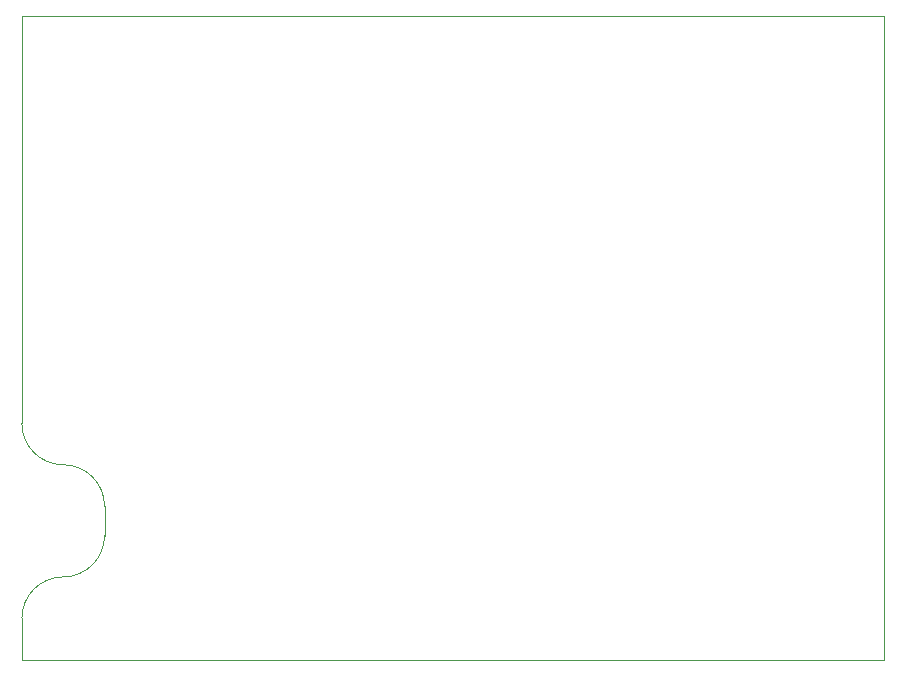
<source format=gbr>
%TF.GenerationSoftware,KiCad,Pcbnew,8.0.2*%
%TF.CreationDate,2024-12-08T22:50:30+01:00*%
%TF.ProjectId,front_panel,66726f6e-745f-4706-916e-656c2e6b6963,rev?*%
%TF.SameCoordinates,Original*%
%TF.FileFunction,Profile,NP*%
%FSLAX46Y46*%
G04 Gerber Fmt 4.6, Leading zero omitted, Abs format (unit mm)*
G04 Created by KiCad (PCBNEW 8.0.2) date 2024-12-08 22:50:30*
%MOMM*%
%LPD*%
G01*
G04 APERTURE LIST*
%TA.AperFunction,Profile*%
%ADD10C,0.050000*%
%TD*%
G04 APERTURE END LIST*
D10*
X99000000Y-107000000D02*
X99000000Y-109500000D01*
X92000000Y-120000000D02*
X92000000Y-116500000D01*
X95500000Y-103500000D02*
G75*
G02*
X92000000Y-100000000I0J3500000D01*
G01*
X95500000Y-103500000D02*
G75*
G02*
X99000000Y-107000000I1J-3499999D01*
G01*
X99000000Y-109500000D02*
G75*
G02*
X95500000Y-113000000I-3499999J-1D01*
G01*
X92000000Y-116500000D02*
G75*
G02*
X95500000Y-113000000I3500000J0D01*
G01*
X165000000Y-65500000D02*
X165000000Y-120000000D01*
X92000000Y-65500000D02*
X165000000Y-65500000D01*
X92000000Y-100000000D02*
X92000000Y-65500000D01*
X165000000Y-120000000D02*
X92000000Y-120000000D01*
M02*

</source>
